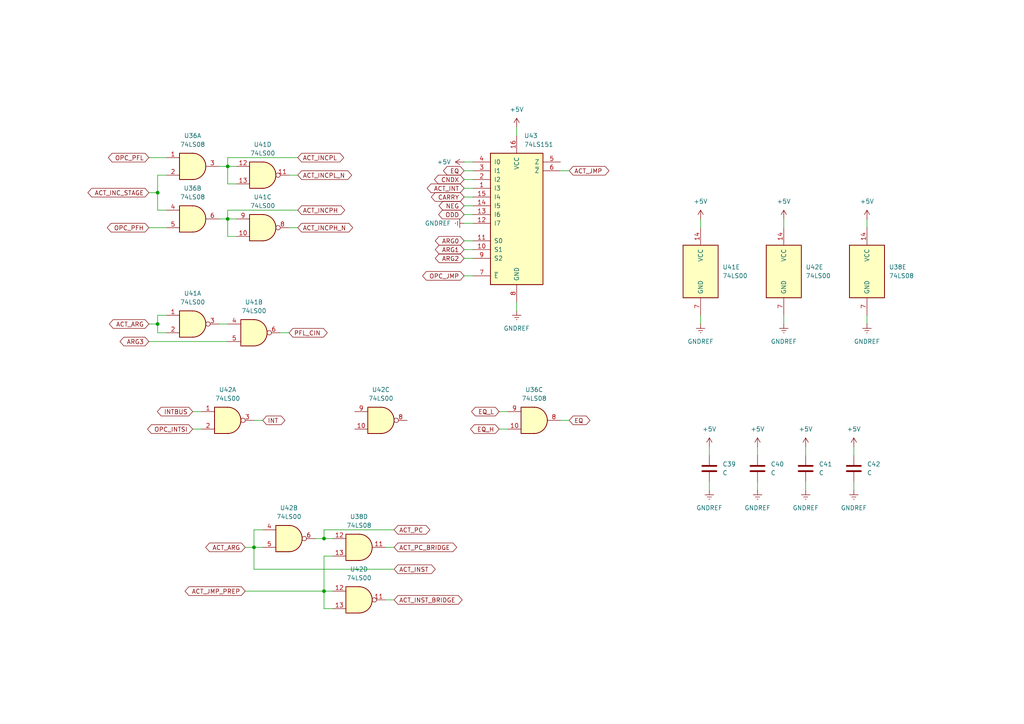
<source format=kicad_sch>
(kicad_sch (version 20250114) (generator "eeschema") (generator_version "9.0")
  (paper "A4")
  (title_block (title "Osnova8 CPU") (date "2025-12-03"))
  (lib_symbols
    (symbol "74xx:74LS00" (pin_names (offset 1.016))
      (property "Reference" "U" (at 0 1.27 0))
      (property "Value" "74LS00" (at 0 -1.27 0))
      (symbol "74LS00_1_1"
        (arc (start 0 3.81) (mid 3.7934 0) (end 0 -3.81) (stroke (width 0.254)) (fill (type background)))
        (polyline (pts (xy 0 3.81) (xy -3.81 3.81) (xy -3.81 -3.81) (xy 0 -3.81)) (stroke (width 0.254)) (fill (type background)))
        (pin input line (at -7.62 2.54 0) (length 3.81) (name "~") (number "1"))
        (pin input line (at -7.62 -2.54 0) (length 3.81) (name "~") (number "2"))
        (pin output inverted (at 7.62 0 180) (length 3.81) (name "~") (number "3"))
      )
      (symbol "74LS00_1_2"
        (arc (start -3.81 3.81) (mid -2.589 0) (end -3.81 -3.81) (stroke (width 0.254)))
        (polyline (pts (xy -3.81 3.81) (xy -0.635 3.81)) (stroke (width 0.254)) (fill (type background)))
        (polyline (pts (xy -3.81 -3.81) (xy -0.635 -3.81)) (stroke (width 0.254)) (fill (type background)))
        (arc (start 3.81 0) (mid 2.1855 -2.584) (end -0.6096 -3.81) (stroke (width 0.254)) (fill (type background)))
        (arc (start -0.6096 3.81) (mid 2.1928 2.5924) (end 3.81 0) (stroke (width 0.254)) (fill (type background)))
        (polyline (pts (xy -0.635 3.81) (xy -3.81 3.81) (xy -3.81 3.81) (xy -3.556 3.4036) (xy -3.0226 2.2606) (xy -2.6924 1.0414) (xy -2.6162 -0.254) (xy -2.7686 -1.4986) (xy -3.175 -2.7178) (xy -3.81 -3.81) (xy -3.81 -3.81) (xy -0.635 -3.81)) (stroke (width -25.4)) (fill (type background)))
        (pin input inverted (at -7.62 2.54 0) (length 4.318) (name "~") (number "1"))
        (pin input inverted (at -7.62 -2.54 0) (length 4.318) (name "~") (number "2"))
        (pin output line (at 7.62 0 180) (length 3.81) (name "~") (number "3"))
      )
      (symbol "74LS00_2_1"
        (arc (start 0 3.81) (mid 3.7934 0) (end 0 -3.81) (stroke (width 0.254)) (fill (type background)))
        (polyline (pts (xy 0 3.81) (xy -3.81 3.81) (xy -3.81 -3.81) (xy 0 -3.81)) (stroke (width 0.254)) (fill (type background)))
        (pin input line (at -7.62 2.54 0) (length 3.81) (name "~") (number "4"))
        (pin input line (at -7.62 -2.54 0) (length 3.81) (name "~") (number "5"))
        (pin output inverted (at 7.62 0 180) (length 3.81) (name "~") (number "6"))
      )
      (symbol "74LS00_2_2"
        (arc (start -3.81 3.81) (mid -2.589 0) (end -3.81 -3.81) (stroke (width 0.254)))
        (polyline (pts (xy -3.81 3.81) (xy -0.635 3.81)) (stroke (width 0.254)) (fill (type background)))
        (polyline (pts (xy -3.81 -3.81) (xy -0.635 -3.81)) (stroke (width 0.254)) (fill (type background)))
        (arc (start 3.81 0) (mid 2.1855 -2.584) (end -0.6096 -3.81) (stroke (width 0.254)) (fill (type background)))
        (arc (start -0.6096 3.81) (mid 2.1928 2.5924) (end 3.81 0) (stroke (width 0.254)) (fill (type background)))
        (polyline (pts (xy -0.635 3.81) (xy -3.81 3.81) (xy -3.81 3.81) (xy -3.556 3.4036) (xy -3.0226 2.2606) (xy -2.6924 1.0414) (xy -2.6162 -0.254) (xy -2.7686 -1.4986) (xy -3.175 -2.7178) (xy -3.81 -3.81) (xy -3.81 -3.81) (xy -0.635 -3.81)) (stroke (width -25.4)) (fill (type background)))
        (pin input inverted (at -7.62 2.54 0) (length 4.318) (name "~") (number "4"))
        (pin input inverted (at -7.62 -2.54 0) (length 4.318) (name "~") (number "5"))
        (pin output line (at 7.62 0 180) (length 3.81) (name "~") (number "6"))
      )
      (symbol "74LS00_3_1"
        (arc (start 0 3.81) (mid 3.7934 0) (end 0 -3.81) (stroke (width 0.254)) (fill (type background)))
        (polyline (pts (xy 0 3.81) (xy -3.81 3.81) (xy -3.81 -3.81) (xy 0 -3.81)) (stroke (width 0.254)) (fill (type background)))
        (pin input line (at -7.62 2.54 0) (length 3.81) (name "~") (number "9"))
        (pin input line (at -7.62 -2.54 0) (length 3.81) (name "~") (number "10"))
        (pin output inverted (at 7.62 0 180) (length 3.81) (name "~") (number "8"))
      )
      (symbol "74LS00_3_2"
        (arc (start -3.81 3.81) (mid -2.589 0) (end -3.81 -3.81) (stroke (width 0.254)))
        (polyline (pts (xy -3.81 3.81) (xy -0.635 3.81)) (stroke (width 0.254)) (fill (type background)))
        (polyline (pts (xy -3.81 -3.81) (xy -0.635 -3.81)) (stroke (width 0.254)) (fill (type background)))
        (arc (start 3.81 0) (mid 2.1855 -2.584) (end -0.6096 -3.81) (stroke (width 0.254)) (fill (type background)))
        (arc (start -0.6096 3.81) (mid 2.1928 2.5924) (end 3.81 0) (stroke (width 0.254)) (fill (type background)))
        (polyline (pts (xy -0.635 3.81) (xy -3.81 3.81) (xy -3.81 3.81) (xy -3.556 3.4036) (xy -3.0226 2.2606) (xy -2.6924 1.0414) (xy -2.6162 -0.254) (xy -2.7686 -1.4986) (xy -3.175 -2.7178) (xy -3.81 -3.81) (xy -3.81 -3.81) (xy -0.635 -3.81)) (stroke (width -25.4)) (fill (type background)))
        (pin input inverted (at -7.62 2.54 0) (length 4.318) (name "~") (number "9"))
        (pin input inverted (at -7.62 -2.54 0) (length 4.318) (name "~") (number "10"))
        (pin output line (at 7.62 0 180) (length 3.81) (name "~") (number "8"))
      )
      (symbol "74LS00_4_1"
        (arc (start 0 3.81) (mid 3.7934 0) (end 0 -3.81) (stroke (width 0.254)) (fill (type background)))
        (polyline (pts (xy 0 3.81) (xy -3.81 3.81) (xy -3.81 -3.81) (xy 0 -3.81)) (stroke (width 0.254)) (fill (type background)))
        (pin input line (at -7.62 2.54 0) (length 3.81) (name "~") (number "12"))
        (pin input line (at -7.62 -2.54 0) (length 3.81) (name "~") (number "13"))
        (pin output inverted (at 7.62 0 180) (length 3.81) (name "~") (number "11"))
      )
      (symbol "74LS00_4_2"
        (arc (start -3.81 3.81) (mid -2.589 0) (end -3.81 -3.81) (stroke (width 0.254)))
        (polyline (pts (xy -3.81 3.81) (xy -0.635 3.81)) (stroke (width 0.254)) (fill (type background)))
        (polyline (pts (xy -3.81 -3.81) (xy -0.635 -3.81)) (stroke (width 0.254)) (fill (type background)))
        (arc (start 3.81 0) (mid 2.1855 -2.584) (end -0.6096 -3.81) (stroke (width 0.254)) (fill (type background)))
        (arc (start -0.6096 3.81) (mid 2.1928 2.5924) (end 3.81 0) (stroke (width 0.254)) (fill (type background)))
        (polyline (pts (xy -0.635 3.81) (xy -3.81 3.81) (xy -3.81 3.81) (xy -3.556 3.4036) (xy -3.0226 2.2606) (xy -2.6924 1.0414) (xy -2.6162 -0.254) (xy -2.7686 -1.4986) (xy -3.175 -2.7178) (xy -3.81 -3.81) (xy -3.81 -3.81) (xy -0.635 -3.81)) (stroke (width -25.4)) (fill (type background)))
        (pin input inverted (at -7.62 2.54 0) (length 4.318) (name "~") (number "12"))
        (pin input inverted (at -7.62 -2.54 0) (length 4.318) (name "~") (number "13"))
        (pin output line (at 7.62 0 180) (length 3.81) (name "~") (number "11"))
      )
      (symbol "74LS00_5_0"
        (pin power_in line (at 0 12.7 270) (length 5.08) (name "VCC") (number "14"))
        (pin power_in line (at 0 -12.7 90) (length 5.08) (name "GND") (number "7"))
      )
      (symbol "74LS00_5_1"
        (rectangle (start -5.08 7.62) (end 5.08 -7.62) (stroke (width 0.254)) (fill (type background)))
      )
    )
    (symbol "74xx:74LS08" (pin_names (offset 1.016))
      (property "Reference" "U" (at 0 1.27 0))
      (property "Value" "74LS08" (at 0 -1.27 0))
      (symbol "74LS08_1_1"
        (arc (start 0 3.81) (mid 3.7934 0) (end 0 -3.81) (stroke (width 0.254)) (fill (type background)))
        (polyline (pts (xy 0 3.81) (xy -3.81 3.81) (xy -3.81 -3.81) (xy 0 -3.81)) (stroke (width 0.254)) (fill (type background)))
        (pin input line (at -7.62 2.54 0) (length 3.81) (name "~") (number "1"))
        (pin input line (at -7.62 -2.54 0) (length 3.81) (name "~") (number "2"))
        (pin output line (at 7.62 0 180) (length 3.81) (name "~") (number "3"))
      )
      (symbol "74LS08_1_2"
        (arc (start -3.81 3.81) (mid -2.589 0) (end -3.81 -3.81) (stroke (width 0.254)))
        (polyline (pts (xy -3.81 3.81) (xy -0.635 3.81)) (stroke (width 0.254)) (fill (type background)))
        (polyline (pts (xy -3.81 -3.81) (xy -0.635 -3.81)) (stroke (width 0.254)) (fill (type background)))
        (arc (start 3.81 0) (mid 2.1855 -2.584) (end -0.6096 -3.81) (stroke (width 0.254)) (fill (type background)))
        (arc (start -0.6096 3.81) (mid 2.1928 2.5924) (end 3.81 0) (stroke (width 0.254)) (fill (type background)))
        (polyline (pts (xy -0.635 3.81) (xy -3.81 3.81) (xy -3.81 3.81) (xy -3.556 3.4036) (xy -3.0226 2.2606) (xy -2.6924 1.0414) (xy -2.6162 -0.254) (xy -2.7686 -1.4986) (xy -3.175 -2.7178) (xy -3.81 -3.81) (xy -3.81 -3.81) (xy -0.635 -3.81)) (stroke (width -25.4)) (fill (type background)))
        (pin input inverted (at -7.62 2.54 0) (length 4.318) (name "~") (number "1"))
        (pin input inverted (at -7.62 -2.54 0) (length 4.318) (name "~") (number "2"))
        (pin output inverted (at 7.62 0 180) (length 3.81) (name "~") (number "3"))
      )
      (symbol "74LS08_2_1"
        (arc (start 0 3.81) (mid 3.7934 0) (end 0 -3.81) (stroke (width 0.254)) (fill (type background)))
        (polyline (pts (xy 0 3.81) (xy -3.81 3.81) (xy -3.81 -3.81) (xy 0 -3.81)) (stroke (width 0.254)) (fill (type background)))
        (pin input line (at -7.62 2.54 0) (length 3.81) (name "~") (number "4"))
        (pin input line (at -7.62 -2.54 0) (length 3.81) (name "~") (number "5"))
        (pin output line (at 7.62 0 180) (length 3.81) (name "~") (number "6"))
      )
      (symbol "74LS08_2_2"
        (arc (start -3.81 3.81) (mid -2.589 0) (end -3.81 -3.81) (stroke (width 0.254)))
        (polyline (pts (xy -3.81 3.81) (xy -0.635 3.81)) (stroke (width 0.254)) (fill (type background)))
        (polyline (pts (xy -3.81 -3.81) (xy -0.635 -3.81)) (stroke (width 0.254)) (fill (type background)))
        (arc (start 3.81 0) (mid 2.1855 -2.584) (end -0.6096 -3.81) (stroke (width 0.254)) (fill (type background)))
        (arc (start -0.6096 3.81) (mid 2.1928 2.5924) (end 3.81 0) (stroke (width 0.254)) (fill (type background)))
        (polyline (pts (xy -0.635 3.81) (xy -3.81 3.81) (xy -3.81 3.81) (xy -3.556 3.4036) (xy -3.0226 2.2606) (xy -2.6924 1.0414) (xy -2.6162 -0.254) (xy -2.7686 -1.4986) (xy -3.175 -2.7178) (xy -3.81 -3.81) (xy -3.81 -3.81) (xy -0.635 -3.81)) (stroke (width -25.4)) (fill (type background)))
        (pin input inverted (at -7.62 2.54 0) (length 4.318) (name "~") (number "4"))
        (pin input inverted (at -7.62 -2.54 0) (length 4.318) (name "~") (number "5"))
        (pin output inverted (at 7.62 0 180) (length 3.81) (name "~") (number "6"))
      )
      (symbol "74LS08_3_1"
        (arc (start 0 3.81) (mid 3.7934 0) (end 0 -3.81) (stroke (width 0.254)) (fill (type background)))
        (polyline (pts (xy 0 3.81) (xy -3.81 3.81) (xy -3.81 -3.81) (xy 0 -3.81)) (stroke (width 0.254)) (fill (type background)))
        (pin input line (at -7.62 2.54 0) (length 3.81) (name "~") (number "9"))
        (pin input line (at -7.62 -2.54 0) (length 3.81) (name "~") (number "10"))
        (pin output line (at 7.62 0 180) (length 3.81) (name "~") (number "8"))
      )
      (symbol "74LS08_3_2"
        (arc (start -3.81 3.81) (mid -2.589 0) (end -3.81 -3.81) (stroke (width 0.254)))
        (polyline (pts (xy -3.81 3.81) (xy -0.635 3.81)) (stroke (width 0.254)) (fill (type background)))
        (polyline (pts (xy -3.81 -3.81) (xy -0.635 -3.81)) (stroke (width 0.254)) (fill (type background)))
        (arc (start 3.81 0) (mid 2.1855 -2.584) (end -0.6096 -3.81) (stroke (width 0.254)) (fill (type background)))
        (arc (start -0.6096 3.81) (mid 2.1928 2.5924) (end 3.81 0) (stroke (width 0.254)) (fill (type background)))
        (polyline (pts (xy -0.635 3.81) (xy -3.81 3.81) (xy -3.81 3.81) (xy -3.556 3.4036) (xy -3.0226 2.2606) (xy -2.6924 1.0414) (xy -2.6162 -0.254) (xy -2.7686 -1.4986) (xy -3.175 -2.7178) (xy -3.81 -3.81) (xy -3.81 -3.81) (xy -0.635 -3.81)) (stroke (width -25.4)) (fill (type background)))
        (pin input inverted (at -7.62 2.54 0) (length 4.318) (name "~") (number "9"))
        (pin input inverted (at -7.62 -2.54 0) (length 4.318) (name "~") (number "10"))
        (pin output inverted (at 7.62 0 180) (length 3.81) (name "~") (number "8"))
      )
      (symbol "74LS08_4_1"
        (arc (start 0 3.81) (mid 3.7934 0) (end 0 -3.81) (stroke (width 0.254)) (fill (type background)))
        (polyline (pts (xy 0 3.81) (xy -3.81 3.81) (xy -3.81 -3.81) (xy 0 -3.81)) (stroke (width 0.254)) (fill (type background)))
        (pin input line (at -7.62 2.54 0) (length 3.81) (name "~") (number "12"))
        (pin input line (at -7.62 -2.54 0) (length 3.81) (name "~") (number "13"))
        (pin output line (at 7.62 0 180) (length 3.81) (name "~") (number "11"))
      )
      (symbol "74LS08_4_2"
        (arc (start -3.81 3.81) (mid -2.589 0) (end -3.81 -3.81) (stroke (width 0.254)))
        (polyline (pts (xy -3.81 3.81) (xy -0.635 3.81)) (stroke (width 0.254)) (fill (type background)))
        (polyline (pts (xy -3.81 -3.81) (xy -0.635 -3.81)) (stroke (width 0.254)) (fill (type background)))
        (arc (start 3.81 0) (mid 2.1855 -2.584) (end -0.6096 -3.81) (stroke (width 0.254)) (fill (type background)))
        (arc (start -0.6096 3.81) (mid 2.1928 2.5924) (end 3.81 0) (stroke (width 0.254)) (fill (type background)))
        (polyline (pts (xy -0.635 3.81) (xy -3.81 3.81) (xy -3.81 3.81) (xy -3.556 3.4036) (xy -3.0226 2.2606) (xy -2.6924 1.0414) (xy -2.6162 -0.254) (xy -2.7686 -1.4986) (xy -3.175 -2.7178) (xy -3.81 -3.81) (xy -3.81 -3.81) (xy -0.635 -3.81)) (stroke (width -25.4)) (fill (type background)))
        (pin input inverted (at -7.62 2.54 0) (length 4.318) (name "~") (number "12"))
        (pin input inverted (at -7.62 -2.54 0) (length 4.318) (name "~") (number "13"))
        (pin output inverted (at 7.62 0 180) (length 3.81) (name "~") (number "11"))
      )
      (symbol "74LS08_5_0"
        (pin power_in line (at 0 12.7 270) (length 5.08) (name "VCC") (number "14"))
        (pin power_in line (at 0 -12.7 90) (length 5.08) (name "GND") (number "7"))
      )
      (symbol "74LS08_5_1"
        (rectangle (start -5.08 7.62) (end 5.08 -7.62) (stroke (width 0.254)) (fill (type background)))
      )
    )
    (symbol "74xx:74LS151" (pin_names (offset 1.016))
      (property "Reference" "U" (at -7.62 19.05 0))
      (property "Value" "74LS151" (at -7.62 -21.59 0))
      (symbol "74LS151_1_0"
        (pin input line (at -12.7 15.24 0) (length 5.08) (name "I0") (number "4"))
        (pin input line (at -12.7 12.7 0) (length 5.08) (name "I1") (number "3"))
        (pin input line (at -12.7 10.16 0) (length 5.08) (name "I2") (number "2"))
        (pin input line (at -12.7 7.62 0) (length 5.08) (name "I3") (number "1"))
        (pin input line (at -12.7 5.08 0) (length 5.08) (name "I4") (number "15"))
        (pin input line (at -12.7 2.54 0) (length 5.08) (name "I5") (number "14"))
        (pin input line (at -12.7 0 0) (length 5.08) (name "I6") (number "13"))
        (pin input line (at -12.7 -2.54 0) (length 5.08) (name "I7") (number "12"))
        (pin input line (at -12.7 -7.62 0) (length 5.08) (name "S0") (number "11"))
        (pin input line (at -12.7 -10.16 0) (length 5.08) (name "S1") (number "10"))
        (pin input line (at -12.7 -12.7 0) (length 5.08) (name "S2") (number "9"))
        (pin input line (at -12.7 -17.78 0) (length 5.08) (name "~{E}") (number "7"))
        (pin power_in line (at 0 22.86 270) (length 5.08) (name "VCC") (number "16"))
        (pin power_in line (at 0 -25.4 90) (length 5.08) (name "GND") (number "8"))
        (pin output line (at 12.7 15.24 180) (length 5.08) (name "Z") (number "5"))
        (pin output line (at 12.7 12.7 180) (length 5.08) (name "~{Z}") (number "6"))
      )
      (symbol "74LS151_1_1"
        (rectangle (start -7.62 17.78) (end 7.62 -20.32) (stroke (width 0.254)) (fill (type background)))
      )
    )
    (symbol "Device:C" (pin_numbers (hide yes)) (pin_names (offset 0.254))
      (property "Reference" "C" (at 0.635 2.54 0))
      (property "Value" "C" (at 0.635 -2.54 0))
      (symbol "C_0_1"
        (polyline (pts (xy -2.032 0.762) (xy 2.032 0.762)) (stroke (width 0.508)))
        (polyline (pts (xy -2.032 -0.762) (xy 2.032 -0.762)) (stroke (width 0.508)))
      )
      (symbol "C_1_1"
        (pin passive line (at 0 3.81 270) (length 2.794) (name "~") (number "1"))
        (pin passive line (at 0 -3.81 90) (length 2.794) (name "~") (number "2"))
      )
    )
    (symbol "power:+5V" (power) (pin_numbers (hide yes)) (pin_names (offset 0) (hide yes))
      (property "Value" "+5V" (at 0 3.556 0))
      (symbol "+5V_0_1"
        (polyline (pts (xy -0.762 1.27) (xy 0 2.54)))
        (polyline (pts (xy 0 2.54) (xy 0.762 1.27)))
        (polyline (pts (xy 0 0) (xy 0 2.54)))
      )
      (symbol "+5V_1_1"
        (pin power_in line (at 0 0 90) (length 0) (name "~") (number "1"))
      )
    )
    (symbol "power:GNDREF" (power) (pin_numbers (hide yes)) (pin_names (offset 0) (hide yes))
      (property "Value" "GNDREF" (at 0 -3.81 0))
      (symbol "GNDREF_0_1"
        (polyline (pts (xy -0.635 -1.905) (xy 0.635 -1.905)))
        (polyline (pts (xy -0.127 -2.54) (xy 0.127 -2.54)))
        (polyline (pts (xy 0 -1.27) (xy 0 0)))
        (polyline (pts (xy 1.27 -1.27) (xy -1.27 -1.27)))
      )
      (symbol "GNDREF_1_1"
        (pin power_in line (at 0 0 270) (length 0) (name "~") (number "1"))
      )
    )
  )
  (junction (at 93.98 156.21))
  (junction (at 66.04 63.5))
  (junction (at 45.72 93.98))
  (junction (at 66.04 48.26))
  (junction (at 45.72 55.88))
  (junction (at 93.98 171.45))
  (junction (at 73.66 158.75))
  (wire (pts (xy 71.12 171.45) (xy 93.98 171.45)))
  (wire (pts (xy 63.5 63.5) (xy 66.04 63.5)))
  (wire (pts (xy 45.72 50.8) (xy 45.72 55.88)))
  (wire (pts (xy 45.72 93.98) (xy 43.18 93.98)))
  (wire (pts (xy 227.33 63.5) (xy 227.33 66.04)))
  (wire (pts (xy 71.12 158.75) (xy 73.66 158.75)))
  (wire (pts (xy 134.62 72.39) (xy 137.16 72.39)))
  (wire (pts (xy 66.04 48.26) (xy 66.04 53.34)))
  (wire (pts (xy 144.78 119.38) (xy 147.32 119.38)))
  (wire (pts (xy 134.62 46.99) (xy 137.16 46.99)))
  (wire (pts (xy 114.3 158.75) (xy 111.76 158.75)))
  (wire (pts (xy 134.62 59.69) (xy 137.16 59.69)))
  (wire (pts (xy 45.72 60.96) (xy 48.26 60.96)))
  (wire (pts (xy 114.3 153.67) (xy 93.98 153.67)))
  (wire (pts (xy 66.04 48.26) (xy 68.58 48.26)))
  (wire (pts (xy 55.88 124.46) (xy 58.42 124.46)))
  (wire (pts (xy 48.26 50.8) (xy 45.72 50.8)))
  (wire (pts (xy 134.62 69.85) (xy 137.16 69.85)))
  (wire (pts (xy 93.98 153.67) (xy 93.98 156.21)))
  (wire (pts (xy 43.18 55.88) (xy 45.72 55.88)))
  (wire (pts (xy 134.62 80.01) (xy 137.16 80.01)))
  (wire (pts (xy 144.78 124.46) (xy 147.32 124.46)))
  (wire (pts (xy 86.36 45.72) (xy 66.04 45.72)))
  (wire (pts (xy 68.58 53.34) (xy 66.04 53.34)))
  (wire (pts (xy 43.18 99.06) (xy 66.04 99.06)))
  (wire (pts (xy 205.74 129.54) (xy 205.74 132.08)))
  (wire (pts (xy 83.82 96.52) (xy 81.28 96.52)))
  (wire (pts (xy 96.52 171.45) (xy 93.98 171.45)))
  (wire (pts (xy 73.66 165.1) (xy 73.66 158.75)))
  (wire (pts (xy 66.04 45.72) (xy 66.04 48.26)))
  (wire (pts (xy 134.62 54.61) (xy 137.16 54.61)))
  (wire (pts (xy 149.86 36.83) (xy 149.86 39.37)))
  (wire (pts (xy 134.62 74.93) (xy 137.16 74.93)))
  (wire (pts (xy 93.98 171.45) (xy 93.98 161.29)))
  (wire (pts (xy 86.36 66.04) (xy 83.82 66.04)))
  (wire (pts (xy 251.46 91.44) (xy 251.46 93.98)))
  (wire (pts (xy 219.71 129.54) (xy 219.71 132.08)))
  (wire (pts (xy 63.5 48.26) (xy 66.04 48.26)))
  (wire (pts (xy 86.36 50.8) (xy 83.82 50.8)))
  (wire (pts (xy 114.3 165.1) (xy 73.66 165.1)))
  (wire (pts (xy 68.58 63.5) (xy 66.04 63.5)))
  (wire (pts (xy 251.46 63.5) (xy 251.46 66.04)))
  (wire (pts (xy 45.72 55.88) (xy 45.72 60.96)))
  (wire (pts (xy 203.2 91.44) (xy 203.2 93.98)))
  (wire (pts (xy 134.62 64.77) (xy 137.16 64.77)))
  (wire (pts (xy 45.72 96.52) (xy 45.72 93.98)))
  (wire (pts (xy 247.65 129.54) (xy 247.65 132.08)))
  (wire (pts (xy 134.62 62.23) (xy 137.16 62.23)))
  (wire (pts (xy 43.18 45.72) (xy 48.26 45.72)))
  (wire (pts (xy 66.04 60.96) (xy 66.04 63.5)))
  (wire (pts (xy 93.98 156.21) (xy 96.52 156.21)))
  (wire (pts (xy 63.5 93.98) (xy 66.04 93.98)))
  (wire (pts (xy 73.66 153.67) (xy 76.2 153.67)))
  (wire (pts (xy 55.88 119.38) (xy 58.42 119.38)))
  (wire (pts (xy 203.2 63.5) (xy 203.2 66.04)))
  (wire (pts (xy 76.2 121.92) (xy 73.66 121.92)))
  (wire (pts (xy 68.58 68.58) (xy 66.04 68.58)))
  (wire (pts (xy 219.71 139.7) (xy 219.71 142.24)))
  (wire (pts (xy 233.68 139.7) (xy 233.68 142.24)))
  (wire (pts (xy 93.98 161.29) (xy 96.52 161.29)))
  (wire (pts (xy 86.36 60.96) (xy 66.04 60.96)))
  (wire (pts (xy 96.52 176.53) (xy 93.98 176.53)))
  (wire (pts (xy 205.74 139.7) (xy 205.74 142.24)))
  (wire (pts (xy 66.04 63.5) (xy 66.04 68.58)))
  (wire (pts (xy 114.3 173.99) (xy 111.76 173.99)))
  (wire (pts (xy 73.66 153.67) (xy 73.66 158.75)))
  (wire (pts (xy 43.18 66.04) (xy 48.26 66.04)))
  (wire (pts (xy 76.2 158.75) (xy 73.66 158.75)))
  (wire (pts (xy 134.62 57.15) (xy 137.16 57.15)))
  (wire (pts (xy 227.33 91.44) (xy 227.33 93.98)))
  (wire (pts (xy 233.68 129.54) (xy 233.68 132.08)))
  (wire (pts (xy 93.98 176.53) (xy 93.98 171.45)))
  (wire (pts (xy 134.62 52.07) (xy 137.16 52.07)))
  (wire (pts (xy 45.72 91.44) (xy 45.72 93.98)))
  (wire (pts (xy 134.62 49.53) (xy 137.16 49.53)))
  (wire (pts (xy 165.1 121.92) (xy 162.56 121.92)))
  (wire (pts (xy 93.98 156.21) (xy 91.44 156.21)))
  (wire (pts (xy 247.65 139.7) (xy 247.65 142.24)))
  (wire (pts (xy 149.86 87.63) (xy 149.86 90.17)))
  (wire (pts (xy 48.26 91.44) (xy 45.72 91.44)))
  (wire (pts (xy 162.56 49.53) (xy 165.1 49.53)))
  (wire (pts (xy 48.26 96.52) (xy 45.72 96.52)))
  (global_label "CARRY" (shape bidirectional) (at 134.62 57.15 180) (property "Intersheetrefs" "${INTERSHEET_REFS}" (effects (hide yes))))
  (global_label "ACT_ARG" (shape bidirectional) (at 71.12 158.75 180) (property "Intersheetrefs" "${INTERSHEET_REFS}" (effects (hide yes))))
  (global_label "PFL_CIN" (shape bidirectional) (at 83.82 96.52 0) (property "Intersheetrefs" "${INTERSHEET_REFS}" (effects (hide yes))))
  (global_label "EQ" (shape bidirectional) (at 165.1 121.92 0) (property "Intersheetrefs" "${INTERSHEET_REFS}" (effects (hide yes))))
  (global_label "ARG2" (shape bidirectional) (at 134.62 74.93 180) (property "Intersheetrefs" "${INTERSHEET_REFS}" (effects (hide yes))))
  (global_label "ACT_PC_BRIDGE" (shape bidirectional) (at 114.3 158.75 0) (property "Intersheetrefs" "${INTERSHEET_REFS}" (effects (hide yes))))
  (global_label "ACT_PC" (shape bidirectional) (at 114.3 153.67 0) (property "Intersheetrefs" "${INTERSHEET_REFS}" (effects (hide yes))))
  (global_label "ACT_JMP_PREP" (shape bidirectional) (at 71.12 171.45 180) (property "Intersheetrefs" "${INTERSHEET_REFS}" (effects (hide yes))))
  (global_label "NEG" (shape bidirectional) (at 134.62 59.69 180) (property "Intersheetrefs" "${INTERSHEET_REFS}" (effects (hide yes))))
  (global_label "EQ" (shape bidirectional) (at 134.62 49.53 180) (property "Intersheetrefs" "${INTERSHEET_REFS}" (effects (hide yes))))
  (global_label "EQ_H" (shape bidirectional) (at 144.78 124.46 180) (property "Intersheetrefs" "${INTERSHEET_REFS}" (effects (hide yes))))
  (global_label "ARG0" (shape bidirectional) (at 134.62 69.85 180) (property "Intersheetrefs" "${INTERSHEET_REFS}" (effects (hide yes))))
  (global_label "OPC_JMP" (shape bidirectional) (at 134.62 80.01 180) (property "Intersheetrefs" "${INTERSHEET_REFS}" (effects (hide yes))))
  (global_label "ACT_INCPH" (shape bidirectional) (at 86.36 60.96 0) (property "Intersheetrefs" "${INTERSHEET_REFS}" (effects (hide yes))))
  (global_label "ACT_JMP" (shape bidirectional) (at 165.1 49.53 0) (property "Intersheetrefs" "${INTERSHEET_REFS}" (effects (hide yes))))
  (global_label "OPC_INTSI" (shape bidirectional) (at 55.88 124.46 180) (property "Intersheetrefs" "${INTERSHEET_REFS}" (effects (hide yes))))
  (global_label "ACT_INCPL" (shape bidirectional) (at 86.36 45.72 0) (property "Intersheetrefs" "${INTERSHEET_REFS}" (effects (hide yes))))
  (global_label "ACT_INCPH_N" (shape bidirectional) (at 86.36 66.04 0) (property "Intersheetrefs" "${INTERSHEET_REFS}" (effects (hide yes))))
  (global_label "ACT_INST" (shape bidirectional) (at 114.3 165.1 0) (property "Intersheetrefs" "${INTERSHEET_REFS}" (effects (hide yes))))
  (global_label "OPC_PFH" (shape bidirectional) (at 43.18 66.04 180) (property "Intersheetrefs" "${INTERSHEET_REFS}" (effects (hide yes))))
  (global_label "EQ_L" (shape bidirectional) (at 144.78 119.38 180) (property "Intersheetrefs" "${INTERSHEET_REFS}" (effects (hide yes))))
  (global_label "ARG1" (shape bidirectional) (at 134.62 72.39 180) (property "Intersheetrefs" "${INTERSHEET_REFS}" (effects (hide yes))))
  (global_label "ACT_INCPL_N" (shape bidirectional) (at 86.36 50.8 0) (property "Intersheetrefs" "${INTERSHEET_REFS}" (effects (hide yes))))
  (global_label "ACT_INST_BRIDGE" (shape bidirectional) (at 114.3 173.99 0) (property "Intersheetrefs" "${INTERSHEET_REFS}" (effects (hide yes))))
  (global_label "ACT_INT" (shape bidirectional) (at 134.62 54.61 180) (property "Intersheetrefs" "${INTERSHEET_REFS}" (effects (hide yes))))
  (global_label "ODD" (shape bidirectional) (at 134.62 62.23 180) (property "Intersheetrefs" "${INTERSHEET_REFS}" (effects (hide yes))))
  (global_label "CNDX" (shape bidirectional) (at 134.62 52.07 180) (property "Intersheetrefs" "${INTERSHEET_REFS}" (effects (hide yes))))
  (global_label "ACT_INC_STAGE" (shape bidirectional) (at 43.18 55.88 180) (property "Intersheetrefs" "${INTERSHEET_REFS}" (effects (hide yes))))
  (global_label "OPC_PFL" (shape bidirectional) (at 43.18 45.72 180) (property "Intersheetrefs" "${INTERSHEET_REFS}" (effects (hide yes))))
  (global_label "INT" (shape bidirectional) (at 76.2 121.92 0) (property "Intersheetrefs" "${INTERSHEET_REFS}" (effects (hide yes))))
  (global_label "ARG3" (shape bidirectional) (at 43.18 99.06 180) (property "Intersheetrefs" "${INTERSHEET_REFS}" (effects (hide yes))))
  (global_label "ACT_ARG" (shape bidirectional) (at 43.18 93.98 180) (property "Intersheetrefs" "${INTERSHEET_REFS}" (effects (hide yes))))
  (global_label "INTBUS" (shape bidirectional) (at 55.88 119.38 180) (property "Intersheetrefs" "${INTERSHEET_REFS}" (effects (hide yes))))
  (symbol (lib_id "power:GNDREF") (at 251.46 93.98 0) (unit 1)
    (property "Reference" "#PWR0229" (effects (hide yes)))
    (property "Value" "GNDREF" (at 251.46 99.06 0))
    (property "Description" "Power symbol creates a global label with name \"GNDREF\" , reference supply ground" (effects (hide yes)))
  )
  (symbol (lib_id "74xx:74LS151") (at 149.86 62.23 0) (unit 1)
    (property "Reference" "U43" (at 152.0033 39.37 0) (effects (justify left)))
    (property "Value" "74LS151" (at 152.0033 41.91 0) (effects (justify left)))
    (property "Datasheet" "http://www.ti.com/lit/gpn/sn74LS151" (effects (hide yes)))
    (property "Description" "Multiplexer 8 to 1" (effects (hide yes)))
  )
  (symbol (lib_id "power:GNDREF") (at 247.65 142.24 0) (unit 1)
    (property "Reference" "#PWR0241" (effects (hide yes)))
    (property "Value" "GNDREF" (at 247.65 147.32 0))
    (property "Description" "Power symbol creates a global label with name \"GNDREF\" , reference supply ground" (effects (hide yes)))
  )
  (symbol (lib_id "74xx:74LS08") (at 55.88 63.5 0) (unit 2)
    (property "Reference" "U36" (at 55.8717 54.61 0))
    (property "Value" "74LS08" (at 55.8717 57.15 0))
    (property "Datasheet" "http://www.ti.com/lit/gpn/sn74LS08" (effects (hide yes)))
    (property "Description" "Quad And2" (effects (hide yes)))
  )
  (symbol (lib_id "Device:C") (at 247.65 135.89 0) (unit 1)
    (property "Reference" "C42" (at 251.46 134.6199 0) (effects (justify left)))
    (property "Value" "C" (at 251.46 137.1599 0) (effects (justify left)))
    (property "Description" "Unpolarized capacitor" (effects (hide yes)))
  )
  (symbol (lib_id "74xx:74LS00") (at 203.2 78.74 0) (unit 5)
    (property "Reference" "U41" (at 209.55 77.4699 0) (effects (justify left)))
    (property "Value" "74LS00" (at 209.55 80.0099 0) (effects (justify left)))
    (property "Datasheet" "http://www.ti.com/lit/gpn/sn74ls00" (effects (hide yes)))
    (property "Description" "quad 2-input NAND gate" (effects (hide yes)))
  )
  (symbol (lib_id "74xx:74LS00") (at 227.33 78.74 0) (unit 5)
    (property "Reference" "U42" (at 233.68 77.4699 0) (effects (justify left)))
    (property "Value" "74LS00" (at 233.68 80.0099 0) (effects (justify left)))
    (property "Datasheet" "http://www.ti.com/lit/gpn/sn74ls00" (effects (hide yes)))
    (property "Description" "quad 2-input NAND gate" (effects (hide yes)))
  )
  (symbol (lib_id "Device:C") (at 205.74 135.89 0) (unit 1)
    (property "Reference" "C39" (at 209.55 134.6199 0) (effects (justify left)))
    (property "Value" "C" (at 209.55 137.1599 0) (effects (justify left)))
    (property "Description" "Unpolarized capacitor" (effects (hide yes)))
  )
  (symbol (lib_id "74xx:74LS00") (at 76.2 66.04 0) (unit 3)
    (property "Reference" "U41" (at 76.1917 57.15 0))
    (property "Value" "74LS00" (at 76.1917 59.69 0))
    (property "Datasheet" "http://www.ti.com/lit/gpn/sn74ls00" (effects (hide yes)))
    (property "Description" "quad 2-input NAND gate" (effects (hide yes)))
  )
  (symbol (lib_id "74xx:74LS08") (at 55.88 48.26 0) (unit 1)
    (property "Reference" "U36" (at 55.8717 39.37 0))
    (property "Value" "74LS08" (at 55.8717 41.91 0))
    (property "Datasheet" "http://www.ti.com/lit/gpn/sn74LS08" (effects (hide yes)))
    (property "Description" "Quad And2" (effects (hide yes)))
  )
  (symbol (lib_id "Device:C") (at 233.68 135.89 0) (unit 1)
    (property "Reference" "C41" (at 237.49 134.6199 0) (effects (justify left)))
    (property "Value" "C" (at 237.49 137.1599 0) (effects (justify left)))
    (property "Description" "Unpolarized capacitor" (effects (hide yes)))
  )
  (symbol (lib_id "74xx:74LS00") (at 76.2 50.8 0) (unit 4)
    (property "Reference" "U41" (at 76.1917 41.91 0))
    (property "Value" "74LS00" (at 76.1917 44.45 0))
    (property "Datasheet" "http://www.ti.com/lit/gpn/sn74ls00" (effects (hide yes)))
    (property "Description" "quad 2-input NAND gate" (effects (hide yes)))
  )
  (symbol (lib_id "power:+5V") (at 205.74 129.54 0) (unit 1)
    (property "Reference" "#PWR0230" (effects (hide yes)))
    (property "Value" "+5V" (at 205.74 124.46 0))
    (property "Description" "Power symbol creates a global label with name \"+5V\"" (effects (hide yes)))
  )
  (symbol (lib_id "power:GNDREF") (at 203.2 93.98 0) (unit 1)
    (property "Reference" "#PWR0232" (effects (hide yes)))
    (property "Value" "GNDREF" (at 203.2 99.06 0))
    (property "Description" "Power symbol creates a global label with name \"GNDREF\" , reference supply ground" (effects (hide yes)))
  )
  (symbol (lib_id "power:+5V") (at 251.46 63.5 0) (unit 1)
    (property "Reference" "#PWR0228" (effects (hide yes)))
    (property "Value" "+5V" (at 251.46 58.42 0))
    (property "Description" "Power symbol creates a global label with name \"+5V\"" (effects (hide yes)))
  )
  (symbol (lib_id "power:+5V") (at 233.68 129.54 0) (unit 1)
    (property "Reference" "#PWR0238" (effects (hide yes)))
    (property "Value" "+5V" (at 233.68 124.46 0))
    (property "Description" "Power symbol creates a global label with name \"+5V\"" (effects (hide yes)))
  )
  (symbol (lib_id "power:+5V") (at 247.65 129.54 0) (unit 1)
    (property "Reference" "#PWR0240" (effects (hide yes)))
    (property "Value" "+5V" (at 247.65 124.46 0))
    (property "Description" "Power symbol creates a global label with name \"+5V\"" (effects (hide yes)))
  )
  (symbol (lib_id "power:+5V") (at 227.33 63.5 0) (unit 1)
    (property "Reference" "#PWR0236" (effects (hide yes)))
    (property "Value" "+5V" (at 227.33 58.42 0))
    (property "Description" "Power symbol creates a global label with name \"+5V\"" (effects (hide yes)))
  )
  (symbol (lib_id "power:GNDREF") (at 134.62 64.77 270) (unit 1)
    (property "Reference" "#PWR0242" (effects (hide yes)))
    (property "Value" "GNDREF" (at 130.81 64.7699 90) (effects (justify right)))
    (property "Description" "Power symbol creates a global label with name \"GNDREF\" , reference supply ground" (effects (hide yes)))
  )
  (symbol (lib_id "power:+5V") (at 134.62 46.99 90) (unit 1)
    (property "Reference" "#PWR0243" (effects (hide yes)))
    (property "Value" "+5V" (at 130.81 46.9899 90) (effects (justify left)))
    (property "Description" "Power symbol creates a global label with name \"+5V\"" (effects (hide yes)))
  )
  (symbol (lib_id "power:GNDREF") (at 149.86 90.17 0) (unit 1)
    (property "Reference" "#PWR0245" (effects (hide yes)))
    (property "Value" "GNDREF" (at 149.86 95.25 0))
    (property "Description" "Power symbol creates a global label with name \"GNDREF\" , reference supply ground" (effects (hide yes)))
  )
  (symbol (lib_id "74xx:74LS08") (at 251.46 78.74 0) (unit 5)
    (property "Reference" "U38" (at 257.81 77.4699 0) (effects (justify left)))
    (property "Value" "74LS08" (at 257.81 80.0099 0) (effects (justify left)))
    (property "Datasheet" "http://www.ti.com/lit/gpn/sn74LS08" (effects (hide yes)))
    (property "Description" "Quad And2" (effects (hide yes)))
  )
  (symbol (lib_id "74xx:74LS00") (at 104.14 173.99 0) (unit 4)
    (property "Reference" "U42" (at 104.1317 165.1 0))
    (property "Value" "74LS00" (at 104.1317 167.64 0))
    (property "Datasheet" "http://www.ti.com/lit/gpn/sn74ls00" (effects (hide yes)))
    (property "Description" "quad 2-input NAND gate" (effects (hide yes)))
  )
  (symbol (lib_id "74xx:74LS00") (at 83.82 156.21 0) (unit 2)
    (property "Reference" "U42" (at 83.8117 147.32 0))
    (property "Value" "74LS00" (at 83.8117 149.86 0))
    (property "Datasheet" "http://www.ti.com/lit/gpn/sn74ls00" (effects (hide yes)))
    (property "Description" "quad 2-input NAND gate" (effects (hide yes)))
  )
  (symbol (lib_id "power:+5V") (at 219.71 129.54 0) (unit 1)
    (property "Reference" "#PWR0234" (effects (hide yes)))
    (property "Value" "+5V" (at 219.71 124.46 0))
    (property "Description" "Power symbol creates a global label with name \"+5V\"" (effects (hide yes)))
  )
  (symbol (lib_id "power:GNDREF") (at 233.68 142.24 0) (unit 1)
    (property "Reference" "#PWR0239" (effects (hide yes)))
    (property "Value" "GNDREF" (at 233.68 147.32 0))
    (property "Description" "Power symbol creates a global label with name \"GNDREF\" , reference supply ground" (effects (hide yes)))
  )
  (symbol (lib_id "74xx:74LS08") (at 154.94 121.92 0) (unit 3)
    (property "Reference" "U36" (at 154.9317 113.03 0))
    (property "Value" "74LS08" (at 154.9317 115.57 0))
    (property "Datasheet" "http://www.ti.com/lit/gpn/sn74LS08" (effects (hide yes)))
    (property "Description" "Quad And2" (effects (hide yes)))
  )
  (symbol (lib_id "Device:C") (at 219.71 135.89 0) (unit 1)
    (property "Reference" "C40" (at 223.52 134.6199 0) (effects (justify left)))
    (property "Value" "C" (at 223.52 137.1599 0) (effects (justify left)))
    (property "Description" "Unpolarized capacitor" (effects (hide yes)))
  )
  (symbol (lib_id "74xx:74LS08") (at 104.14 158.75 0) (unit 4)
    (property "Reference" "U38" (at 104.1317 149.86 0))
    (property "Value" "74LS08" (at 104.1317 152.4 0))
    (property "Datasheet" "http://www.ti.com/lit/gpn/sn74LS08" (effects (hide yes)))
    (property "Description" "Quad And2" (effects (hide yes)))
  )
  (symbol (lib_id "power:GNDREF") (at 205.74 142.24 0) (unit 1)
    (property "Reference" "#PWR0231" (effects (hide yes)))
    (property "Value" "GNDREF" (at 205.74 147.32 0))
    (property "Description" "Power symbol creates a global label with name \"GNDREF\" , reference supply ground" (effects (hide yes)))
  )
  (symbol (lib_id "power:GNDREF") (at 219.71 142.24 0) (unit 1)
    (property "Reference" "#PWR0235" (effects (hide yes)))
    (property "Value" "GNDREF" (at 219.71 147.32 0))
    (property "Description" "Power symbol creates a global label with name \"GNDREF\" , reference supply ground" (effects (hide yes)))
  )
  (symbol (lib_id "power:+5V") (at 203.2 63.5 0) (unit 1)
    (property "Reference" "#PWR0233" (effects (hide yes)))
    (property "Value" "+5V" (at 203.2 58.42 0))
    (property "Description" "Power symbol creates a global label with name \"+5V\"" (effects (hide yes)))
  )
  (symbol (lib_id "74xx:74LS00") (at 66.04 121.92 0) (unit 1)
    (property "Reference" "U42" (at 66.0317 113.03 0))
    (property "Value" "74LS00" (at 66.0317 115.57 0))
    (property "Datasheet" "http://www.ti.com/lit/gpn/sn74ls00" (effects (hide yes)))
    (property "Description" "quad 2-input NAND gate" (effects (hide yes)))
  )
  (symbol (lib_id "power:+5V") (at 149.86 36.83 0) (unit 1)
    (property "Reference" "#PWR0244" (effects (hide yes)))
    (property "Value" "+5V" (at 149.86 31.75 0))
    (property "Description" "Power symbol creates a global label with name \"+5V\"" (effects (hide yes)))
  )
  (symbol (lib_id "74xx:74LS00") (at 73.66 96.52 0) (unit 2)
    (property "Reference" "U41" (at 73.6517 87.63 0))
    (property "Value" "74LS00" (at 73.6517 90.17 0))
    (property "Datasheet" "http://www.ti.com/lit/gpn/sn74ls00" (effects (hide yes)))
    (property "Description" "quad 2-input NAND gate" (effects (hide yes)))
  )
  (symbol (lib_id "power:GNDREF") (at 227.33 93.98 0) (unit 1)
    (property "Reference" "#PWR0237" (effects (hide yes)))
    (property "Value" "GNDREF" (at 227.33 99.06 0))
    (property "Description" "Power symbol creates a global label with name \"GNDREF\" , reference supply ground" (effects (hide yes)))
  )
  (symbol (lib_id "74xx:74LS00") (at 55.88 93.98 0) (unit 1)
    (property "Reference" "U41" (at 55.8717 85.09 0))
    (property "Value" "74LS00" (at 55.8717 87.63 0))
    (property "Datasheet" "http://www.ti.com/lit/gpn/sn74ls00" (effects (hide yes)))
    (property "Description" "quad 2-input NAND gate" (effects (hide yes)))
  )
  (symbol (lib_id "74xx:74LS00") (at 110.49 121.92 0) (unit 3)
    (property "Reference" "U42" (at 110.4817 113.03 0))
    (property "Value" "74LS00" (at 110.4817 115.57 0))
    (property "Datasheet" "http://www.ti.com/lit/gpn/sn74ls00" (effects (hide yes)))
    (property "Description" "quad 2-input NAND gate" (effects (hide yes)))
  )
)
</source>
